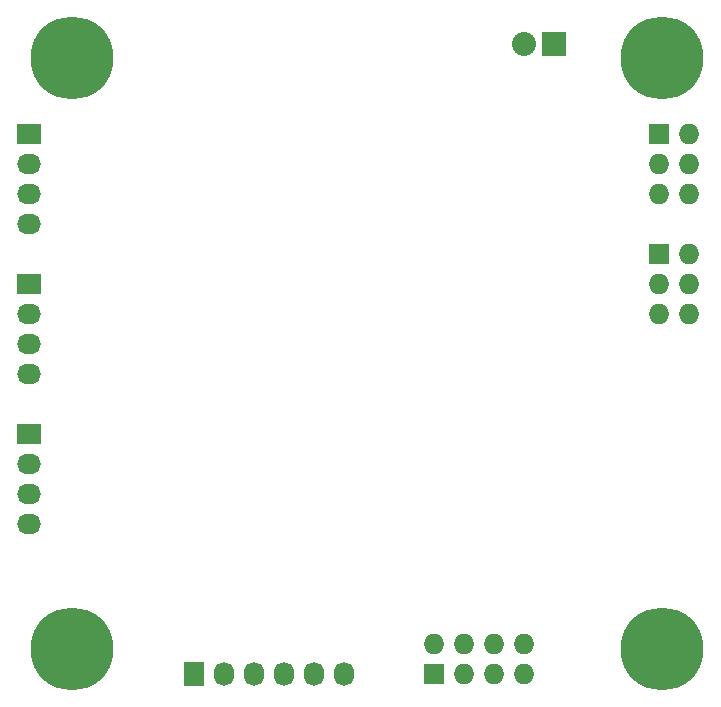
<source format=gbs>
G04 #@! TF.FileFunction,Soldermask,Bot*
%FSLAX46Y46*%
G04 Gerber Fmt 4.6, Leading zero omitted, Abs format (unit mm)*
G04 Created by KiCad (PCBNEW (2015-05-11 BZR 5650)-product) date sön 19 jul 2015 04:52:52*
%MOMM*%
G01*
G04 APERTURE LIST*
%ADD10C,0.200000*%
%ADD11R,1.727200X2.032000*%
%ADD12O,1.727200X2.032000*%
%ADD13R,2.032000X2.032000*%
%ADD14O,2.032000X2.032000*%
%ADD15R,2.032000X1.727200*%
%ADD16O,2.032000X1.727200*%
%ADD17R,1.727200X1.727200*%
%ADD18O,1.727200X1.727200*%
%ADD19C,7.000000*%
G04 APERTURE END LIST*
D10*
D11*
X102870000Y-134620000D03*
D12*
X105410000Y-134620000D03*
X107950000Y-134620000D03*
X110490000Y-134620000D03*
X113030000Y-134620000D03*
X115570000Y-134620000D03*
D13*
X133350000Y-81280000D03*
D14*
X130810000Y-81280000D03*
D15*
X88900000Y-88900000D03*
D16*
X88900000Y-91440000D03*
X88900000Y-93980000D03*
X88900000Y-96520000D03*
D15*
X88900000Y-101600000D03*
D16*
X88900000Y-104140000D03*
X88900000Y-106680000D03*
X88900000Y-109220000D03*
D15*
X88900000Y-114300000D03*
D16*
X88900000Y-116840000D03*
X88900000Y-119380000D03*
X88900000Y-121920000D03*
D17*
X142240000Y-99060000D03*
D18*
X144780000Y-99060000D03*
X142240000Y-101600000D03*
X144780000Y-101600000D03*
X142240000Y-104140000D03*
X144780000Y-104140000D03*
D17*
X142240000Y-88900000D03*
D18*
X144780000Y-88900000D03*
X142240000Y-91440000D03*
X144780000Y-91440000D03*
X142240000Y-93980000D03*
X144780000Y-93980000D03*
D17*
X123190000Y-134620000D03*
D18*
X123190000Y-132080000D03*
X125730000Y-134620000D03*
X125730000Y-132080000D03*
X128270000Y-134620000D03*
X128270000Y-132080000D03*
X130810000Y-134620000D03*
X130810000Y-132080000D03*
D19*
X92500000Y-82500000D03*
X142500000Y-82500000D03*
X142500000Y-132500000D03*
X92500000Y-132500000D03*
M02*

</source>
